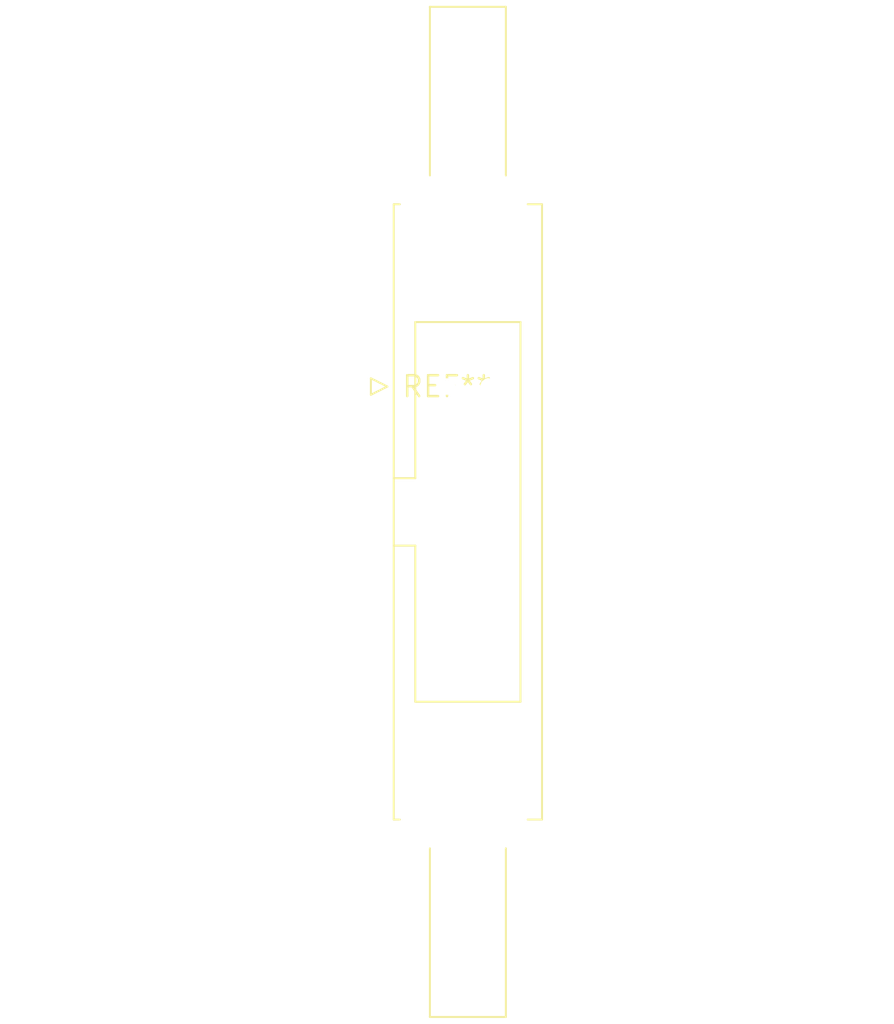
<source format=kicad_pcb>
(kicad_pcb (version 20240108) (generator pcbnew)
  (layers (0 "F.Cu" signal) (31 "B.Cu" signal) (34 "B.Paste" user) (35 "F.Paste" user) (36 "B.SilkS" user "B.Silkscreen") (37 "F.SilkS" user "F.Silkscreen") (38 "B.Mask" user) (39 "F.Mask" user) (44 "Edge.Cuts" user))
  (net 0 "")
  (footprint "IDC-Header_2x07-1MP_P2.54mm_Latch12.0mm_Vertical" (layer "F.Cu") (at 0 0)
    (property "Reference" "REF**")
    (property "Value" "IDC-Header_2x07-1MP_P2.54mm_Latch12.0mm_Vertical")
    (fp_line (start -4.63 -0.5) (end -4.63 0.5) (layer "F.SilkS") (stroke (width 0.12)))
    (fp_line (start -4.63 0.5) (end -3.63 0) (layer "F.SilkS") (stroke (width 0.12)))
    (fp_line (start -3.63 0) (end -4.63 -0.5) (layer "F.SilkS") (stroke (width 0.12)))
    (fp_line (start -3.24 -11.08) (end -3.24 26.32) (layer "F.SilkS") (stroke (width 0.12)))
    (fp_line (start -3.24 5.57) (end -1.93 5.57) (layer "F.SilkS") (stroke (width 0.12)))
    (fp_line (start -3.24 26.32) (end -2.87 26.32) (layer "F.SilkS") (stroke (width 0.12)))
    (fp_line (start -2.87 -11.08) (end -3.24 -11.08) (layer "F.SilkS") (stroke (width 0.12)))
    (fp_line (start -1.93 -3.92) (end 4.47 -3.92) (layer "F.SilkS") (stroke (width 0.12)))
    (fp_line (start -1.93 5.57) (end -1.93 -3.92) (layer "F.SilkS") (stroke (width 0.12)))
    (fp_line (start -1.93 9.67) (end -3.24 9.67) (layer "F.SilkS") (stroke (width 0.12)))
    (fp_line (start -1.93 9.67) (end -1.93 9.67) (layer "F.SilkS") (stroke (width 0.12)))
    (fp_line (start -1.93 19.16) (end -1.93 9.67) (layer "F.SilkS") (stroke (width 0.12)))
    (fp_line (start -1.04 -23.08) (end 3.58 -23.08) (layer "F.SilkS") (stroke (width 0.12)))
    (fp_line (start -1.04 -12.83) (end -1.04 -23.08) (layer "F.SilkS") (stroke (width 0.12)))
    (fp_line (start -1.04 28.07) (end -1.04 38.32) (layer "F.SilkS") (stroke (width 0.12)))
    (fp_line (start -1.04 38.32) (end 3.58 38.32) (layer "F.SilkS") (stroke (width 0.12)))
    (fp_line (start 3.58 -23.08) (end 3.58 -12.83) (layer "F.SilkS") (stroke (width 0.12)))
    (fp_line (start 3.58 38.32) (end 3.58 28.07) (layer "F.SilkS") (stroke (width 0.12)))
    (fp_line (start 4.47 -3.92) (end 4.47 19.16) (layer "F.SilkS") (stroke (width 0.12)))
    (fp_line (start 4.47 19.16) (end -1.93 19.16) (layer "F.SilkS") (stroke (width 0.12)))
    (fp_line (start 4.91 -11.08) (end 5.78 -11.08) (layer "F.SilkS") (stroke (width 0.12)))
    (fp_line (start 5.78 -11.08) (end 5.78 26.32) (layer "F.SilkS") (stroke (width 0.12)))
    (fp_line (start 5.78 26.32) (end 4.91 26.32) (layer "F.SilkS") (stroke (width 0.12)))
    (pad "1" thru_hole roundrect (at 0 0) (size 1.7 1.7) (drill 1) (layers *.Cu *.Mask) (remove_unused_layers) (roundrect_rratio 0.147059))
    (pad "2" thru_hole circle (at 2.54 0) (size 1.7 1.7) (drill 1) (layers *.Cu *.Mask) (remove_unused_layers))
    (pad "3" thru_hole circle (at 0 2.54) (size 1.7 1.7) (drill 1) (layers *.Cu *.Mask) (remove_unused_layers))
    (pad "4" thru_hole circle (at 2.54 2.54) (size 1.7 1.7) (drill 1) (layers *.Cu *.Mask) (remove_unused_layers))
    (pad "5" thru_hole circle (at 0 5.08) (size 1.7 1.7) (drill 1) (layers *.Cu *.Mask) (remove_unused_layers))
    (pad "6" thru_hole circle (at 2.54 5.08) (size 1.7 1.7) (drill 1) (layers *.Cu *.Mask) (remove_unused_layers))
    (pad "7" thru_hole circle (at 0 7.62) (size 1.7 1.7) (drill 1) (layers *.Cu *.Mask) (remove_unused_layers))
    (pad "8" thru_hole circle (at 2.54 7.62) (size 1.7 1.7) (drill 1) (layers *.Cu *.Mask) (remove_unused_layers))
    (pad "9" thru_hole circle (at 0 10.16) (size 1.7 1.7) (drill 1) (layers *.Cu *.Mask) (remove_unused_layers))
    (pad "10" thru_hole circle (at 2.54 10.16) (size 1.7 1.7) (drill 1) (layers *.Cu *.Mask) (remove_unused_layers))
    (pad "11" thru_hole circle (at 0 12.7) (size 1.7 1.7) (drill 1) (layers *.Cu *.Mask) (remove_unused_layers))
    (pad "12" thru_hole circle (at 2.54 12.7) (size 1.7 1.7) (drill 1) (layers *.Cu *.Mask) (remove_unused_layers))
    (pad "13" thru_hole circle (at 0 15.24) (size 1.7 1.7) (drill 1) (layers *.Cu *.Mask) (remove_unused_layers))
    (pad "14" thru_hole circle (at 2.54 15.24) (size 1.7 1.7) (drill 1) (layers *.Cu *.Mask) (remove_unused_layers))
    (pad "MP" thru_hole circle (at 1.02 -8.94) (size 8 8) (drill 2.69) (layers *.Cu *.Mask) (remove_unused_layers))
    (pad "MP" thru_hole circle (at 1.02 24.18) (size 8 8) (drill 2.69) (layers *.Cu *.Mask) (remove_unused_layers))
  )
)
</source>
